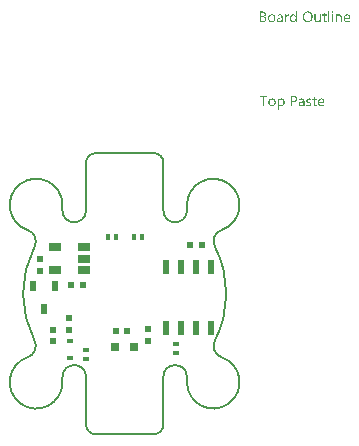
<source format=gtp>
G04*
G04 #@! TF.GenerationSoftware,Altium Limited,Altium Designer,21.8.1 (53)*
G04*
G04 Layer_Color=8421504*
%FSAX25Y25*%
%MOIN*%
G70*
G04*
G04 #@! TF.SameCoordinates,72787834-F71D-4475-B617-EFC6544BAEFD*
G04*
G04*
G04 #@! TF.FilePolarity,Positive*
G04*
G01*
G75*
%ADD13C,0.00787*%
%ADD14R,0.02165X0.01968*%
%ADD15R,0.01968X0.02165*%
%ADD16R,0.01968X0.02165*%
%ADD17R,0.02165X0.01968*%
%ADD18R,0.02165X0.04921*%
%ADD19R,0.02362X0.03543*%
%ADD20R,0.01280X0.02461*%
%ADD21R,0.02461X0.01280*%
%ADD22R,0.02362X0.01575*%
%ADD23R,0.03937X0.02756*%
%ADD24R,0.02756X0.02756*%
G36*
X0069322Y0120185D02*
X0069346D01*
X0069402Y0120160D01*
X0069433Y0120142D01*
X0069464Y0120117D01*
X0069470Y0120111D01*
X0069476Y0120105D01*
X0069507Y0120068D01*
X0069532Y0120006D01*
X0069538Y0119969D01*
X0069544Y0119931D01*
Y0119925D01*
Y0119913D01*
X0069538Y0119894D01*
X0069532Y0119870D01*
X0069513Y0119808D01*
X0069489Y0119777D01*
X0069464Y0119746D01*
X0069458D01*
X0069451Y0119733D01*
X0069414Y0119709D01*
X0069359Y0119684D01*
X0069322Y0119678D01*
X0069284Y0119671D01*
X0069266D01*
X0069247Y0119678D01*
X0069222D01*
X0069161Y0119702D01*
X0069130Y0119715D01*
X0069099Y0119740D01*
Y0119746D01*
X0069086Y0119752D01*
X0069074Y0119771D01*
X0069062Y0119789D01*
X0069037Y0119851D01*
X0069031Y0119888D01*
X0069024Y0119931D01*
Y0119938D01*
Y0119950D01*
X0069031Y0119969D01*
X0069037Y0120000D01*
X0069055Y0120055D01*
X0069074Y0120086D01*
X0069099Y0120117D01*
X0069105Y0120123D01*
X0069111Y0120130D01*
X0069148Y0120154D01*
X0069210Y0120179D01*
X0069247Y0120192D01*
X0069303D01*
X0069322Y0120185D01*
D02*
G37*
G36*
X0057332Y0116521D02*
X0056929D01*
Y0116942D01*
X0056917D01*
Y0116936D01*
X0056904Y0116923D01*
X0056886Y0116898D01*
X0056867Y0116867D01*
X0056836Y0116830D01*
X0056799Y0116793D01*
X0056756Y0116750D01*
X0056706Y0116707D01*
X0056651Y0116657D01*
X0056582Y0116614D01*
X0056514Y0116577D01*
X0056434Y0116539D01*
X0056353Y0116508D01*
X0056261Y0116484D01*
X0056162Y0116471D01*
X0056056Y0116465D01*
X0056013D01*
X0055976Y0116471D01*
X0055939Y0116478D01*
X0055889Y0116484D01*
X0055784Y0116508D01*
X0055660Y0116546D01*
X0055536Y0116607D01*
X0055468Y0116645D01*
X0055413Y0116688D01*
X0055351Y0116744D01*
X0055295Y0116799D01*
Y0116806D01*
X0055283Y0116818D01*
X0055270Y0116837D01*
X0055252Y0116861D01*
X0055233Y0116892D01*
X0055208Y0116936D01*
X0055184Y0116985D01*
X0055159Y0117041D01*
X0055128Y0117103D01*
X0055103Y0117171D01*
X0055078Y0117245D01*
X0055060Y0117325D01*
X0055041Y0117412D01*
X0055029Y0117511D01*
X0055023Y0117610D01*
X0055016Y0117716D01*
Y0117722D01*
Y0117740D01*
Y0117777D01*
X0055023Y0117821D01*
X0055029Y0117870D01*
X0055035Y0117932D01*
X0055041Y0118000D01*
X0055054Y0118075D01*
X0055091Y0118235D01*
X0055146Y0118403D01*
X0055184Y0118483D01*
X0055227Y0118563D01*
X0055270Y0118638D01*
X0055326Y0118712D01*
X0055332Y0118718D01*
X0055338Y0118731D01*
X0055357Y0118749D01*
X0055382Y0118774D01*
X0055413Y0118799D01*
X0055456Y0118830D01*
X0055499Y0118867D01*
X0055549Y0118904D01*
X0055673Y0118972D01*
X0055815Y0119034D01*
X0055895Y0119053D01*
X0055982Y0119071D01*
X0056069Y0119083D01*
X0056168Y0119090D01*
X0056217D01*
X0056255Y0119083D01*
X0056292Y0119077D01*
X0056341Y0119071D01*
X0056453Y0119040D01*
X0056576Y0118991D01*
X0056638Y0118960D01*
X0056700Y0118916D01*
X0056762Y0118873D01*
X0056818Y0118817D01*
X0056867Y0118755D01*
X0056917Y0118681D01*
X0056929D01*
Y0120241D01*
X0057332D01*
Y0116521D01*
D02*
G37*
G36*
X0071600Y0119083D02*
X0071674Y0119077D01*
X0071767Y0119059D01*
X0071866Y0119028D01*
X0071971Y0118978D01*
X0072076Y0118910D01*
X0072119Y0118873D01*
X0072163Y0118824D01*
X0072175Y0118811D01*
X0072200Y0118774D01*
X0072231Y0118712D01*
X0072274Y0118625D01*
X0072311Y0118520D01*
X0072348Y0118390D01*
X0072373Y0118235D01*
X0072379Y0118056D01*
Y0116521D01*
X0071977D01*
Y0117951D01*
Y0117957D01*
Y0117988D01*
X0071971Y0118025D01*
Y0118075D01*
X0071959Y0118136D01*
X0071946Y0118204D01*
X0071927Y0118279D01*
X0071903Y0118353D01*
X0071872Y0118427D01*
X0071835Y0118495D01*
X0071785Y0118563D01*
X0071729Y0118625D01*
X0071668Y0118675D01*
X0071587Y0118712D01*
X0071500Y0118743D01*
X0071395Y0118749D01*
X0071383D01*
X0071346Y0118743D01*
X0071290Y0118737D01*
X0071222Y0118718D01*
X0071141Y0118693D01*
X0071055Y0118650D01*
X0070974Y0118595D01*
X0070894Y0118520D01*
X0070888Y0118508D01*
X0070863Y0118483D01*
X0070832Y0118433D01*
X0070795Y0118365D01*
X0070758Y0118285D01*
X0070727Y0118186D01*
X0070702Y0118075D01*
X0070696Y0117951D01*
Y0116521D01*
X0070293D01*
Y0119034D01*
X0070696D01*
Y0118613D01*
X0070708D01*
X0070714Y0118619D01*
X0070720Y0118632D01*
X0070739Y0118656D01*
X0070764Y0118687D01*
X0070789Y0118725D01*
X0070826Y0118762D01*
X0070869Y0118805D01*
X0070919Y0118854D01*
X0070974Y0118898D01*
X0071036Y0118941D01*
X0071104Y0118978D01*
X0071179Y0119015D01*
X0071253Y0119046D01*
X0071339Y0119071D01*
X0071432Y0119083D01*
X0071531Y0119090D01*
X0071569D01*
X0071600Y0119083D01*
D02*
G37*
G36*
X0054602Y0119071D02*
X0054676Y0119065D01*
X0054719Y0119053D01*
X0054750Y0119040D01*
Y0118625D01*
X0054744Y0118632D01*
X0054732Y0118638D01*
X0054707Y0118650D01*
X0054676Y0118669D01*
X0054633Y0118681D01*
X0054577Y0118693D01*
X0054515Y0118700D01*
X0054447Y0118706D01*
X0054435D01*
X0054404Y0118700D01*
X0054354Y0118693D01*
X0054298Y0118675D01*
X0054224Y0118644D01*
X0054156Y0118601D01*
X0054082Y0118539D01*
X0054014Y0118458D01*
X0054008Y0118446D01*
X0053989Y0118415D01*
X0053958Y0118359D01*
X0053927Y0118285D01*
X0053896Y0118192D01*
X0053865Y0118075D01*
X0053847Y0117945D01*
X0053840Y0117796D01*
Y0116521D01*
X0053438D01*
Y0119034D01*
X0053840D01*
Y0118514D01*
X0053853D01*
Y0118520D01*
X0053859Y0118526D01*
X0053871Y0118557D01*
X0053890Y0118607D01*
X0053921Y0118669D01*
X0053952Y0118731D01*
X0054001Y0118799D01*
X0054051Y0118867D01*
X0054113Y0118929D01*
X0054119Y0118935D01*
X0054144Y0118954D01*
X0054181Y0118978D01*
X0054230Y0119003D01*
X0054286Y0119028D01*
X0054354Y0119053D01*
X0054428Y0119071D01*
X0054509Y0119077D01*
X0054565D01*
X0054602Y0119071D01*
D02*
G37*
G36*
X0065341Y0116521D02*
X0064939D01*
Y0116917D01*
X0064927D01*
Y0116911D01*
X0064914Y0116898D01*
X0064902Y0116874D01*
X0064877Y0116849D01*
X0064821Y0116775D01*
X0064735Y0116694D01*
X0064685Y0116651D01*
X0064630Y0116607D01*
X0064568Y0116570D01*
X0064493Y0116533D01*
X0064419Y0116508D01*
X0064339Y0116484D01*
X0064246Y0116471D01*
X0064153Y0116465D01*
X0064116D01*
X0064072Y0116471D01*
X0064011Y0116484D01*
X0063942Y0116496D01*
X0063868Y0116521D01*
X0063788Y0116552D01*
X0063707Y0116601D01*
X0063621Y0116657D01*
X0063540Y0116725D01*
X0063466Y0116812D01*
X0063398Y0116917D01*
X0063336Y0117035D01*
X0063292Y0117177D01*
X0063268Y0117344D01*
X0063255Y0117431D01*
Y0117530D01*
Y0119034D01*
X0063652D01*
Y0117592D01*
Y0117586D01*
Y0117561D01*
X0063658Y0117517D01*
X0063664Y0117468D01*
X0063670Y0117406D01*
X0063683Y0117344D01*
X0063701Y0117270D01*
X0063726Y0117195D01*
X0063763Y0117121D01*
X0063800Y0117053D01*
X0063850Y0116985D01*
X0063911Y0116923D01*
X0063980Y0116874D01*
X0064060Y0116837D01*
X0064159Y0116806D01*
X0064264Y0116799D01*
X0064277D01*
X0064314Y0116806D01*
X0064370Y0116812D01*
X0064431Y0116824D01*
X0064512Y0116855D01*
X0064592Y0116892D01*
X0064673Y0116942D01*
X0064747Y0117016D01*
X0064753Y0117028D01*
X0064778Y0117053D01*
X0064809Y0117103D01*
X0064846Y0117171D01*
X0064877Y0117251D01*
X0064908Y0117350D01*
X0064933Y0117462D01*
X0064939Y0117586D01*
Y0119034D01*
X0065341D01*
Y0116521D01*
D02*
G37*
G36*
X0069476D02*
X0069074D01*
Y0119034D01*
X0069476D01*
Y0116521D01*
D02*
G37*
G36*
X0068257D02*
X0067854D01*
Y0120241D01*
X0068257D01*
Y0116521D01*
D02*
G37*
G36*
X0051878Y0119083D02*
X0051934Y0119077D01*
X0052002Y0119059D01*
X0052076Y0119040D01*
X0052157Y0119009D01*
X0052243Y0118972D01*
X0052324Y0118922D01*
X0052404Y0118861D01*
X0052479Y0118786D01*
X0052547Y0118693D01*
X0052602Y0118588D01*
X0052646Y0118465D01*
X0052671Y0118322D01*
X0052683Y0118155D01*
Y0116521D01*
X0052280D01*
Y0116911D01*
X0052268D01*
Y0116905D01*
X0052256Y0116892D01*
X0052243Y0116867D01*
X0052219Y0116843D01*
X0052157Y0116768D01*
X0052076Y0116688D01*
X0051965Y0116607D01*
X0051835Y0116533D01*
X0051754Y0116508D01*
X0051674Y0116484D01*
X0051587Y0116471D01*
X0051494Y0116465D01*
X0051457D01*
X0051432Y0116471D01*
X0051364Y0116478D01*
X0051284Y0116490D01*
X0051185Y0116515D01*
X0051092Y0116546D01*
X0050993Y0116595D01*
X0050906Y0116657D01*
X0050900Y0116669D01*
X0050875Y0116694D01*
X0050838Y0116737D01*
X0050801Y0116799D01*
X0050764Y0116874D01*
X0050727Y0116960D01*
X0050702Y0117066D01*
X0050696Y0117183D01*
Y0117189D01*
Y0117214D01*
X0050702Y0117251D01*
X0050708Y0117295D01*
X0050721Y0117350D01*
X0050739Y0117412D01*
X0050764Y0117480D01*
X0050801Y0117548D01*
X0050844Y0117623D01*
X0050900Y0117697D01*
X0050968Y0117765D01*
X0051049Y0117827D01*
X0051142Y0117889D01*
X0051253Y0117938D01*
X0051377Y0117975D01*
X0051525Y0118006D01*
X0052280Y0118112D01*
Y0118118D01*
Y0118136D01*
X0052274Y0118174D01*
Y0118211D01*
X0052262Y0118260D01*
X0052256Y0118316D01*
X0052219Y0118433D01*
X0052188Y0118489D01*
X0052157Y0118545D01*
X0052113Y0118601D01*
X0052064Y0118650D01*
X0052002Y0118693D01*
X0051934Y0118725D01*
X0051853Y0118743D01*
X0051761Y0118749D01*
X0051717D01*
X0051686Y0118743D01*
X0051643D01*
X0051600Y0118731D01*
X0051488Y0118712D01*
X0051364Y0118675D01*
X0051228Y0118619D01*
X0051154Y0118582D01*
X0051086Y0118545D01*
X0051012Y0118495D01*
X0050943Y0118440D01*
Y0118854D01*
X0050950D01*
X0050962Y0118867D01*
X0050981Y0118879D01*
X0051012Y0118892D01*
X0051042Y0118910D01*
X0051086Y0118929D01*
X0051135Y0118947D01*
X0051191Y0118972D01*
X0051315Y0119015D01*
X0051463Y0119053D01*
X0051624Y0119077D01*
X0051798Y0119090D01*
X0051835D01*
X0051878Y0119083D01*
D02*
G37*
G36*
X0046189Y0120030D02*
X0046233D01*
X0046276Y0120024D01*
X0046375Y0120012D01*
X0046493Y0119981D01*
X0046617Y0119944D01*
X0046734Y0119888D01*
X0046839Y0119814D01*
X0046846D01*
X0046852Y0119801D01*
X0046883Y0119777D01*
X0046926Y0119727D01*
X0046976Y0119659D01*
X0047019Y0119572D01*
X0047062Y0119473D01*
X0047093Y0119362D01*
X0047106Y0119300D01*
Y0119232D01*
Y0119226D01*
Y0119220D01*
Y0119183D01*
X0047100Y0119127D01*
X0047087Y0119059D01*
X0047069Y0118972D01*
X0047038Y0118885D01*
X0047000Y0118799D01*
X0046945Y0118712D01*
X0046938Y0118700D01*
X0046914Y0118675D01*
X0046877Y0118638D01*
X0046827Y0118588D01*
X0046765Y0118539D01*
X0046691Y0118483D01*
X0046598Y0118440D01*
X0046499Y0118396D01*
Y0118390D01*
X0046518D01*
X0046536Y0118384D01*
X0046555Y0118378D01*
X0046623Y0118365D01*
X0046703Y0118341D01*
X0046790Y0118304D01*
X0046883Y0118260D01*
X0046976Y0118198D01*
X0047062Y0118118D01*
X0047075Y0118105D01*
X0047100Y0118075D01*
X0047130Y0118031D01*
X0047174Y0117963D01*
X0047211Y0117876D01*
X0047248Y0117777D01*
X0047273Y0117660D01*
X0047279Y0117530D01*
Y0117524D01*
Y0117511D01*
Y0117486D01*
X0047273Y0117455D01*
X0047267Y0117418D01*
X0047260Y0117375D01*
X0047236Y0117270D01*
X0047199Y0117152D01*
X0047143Y0117028D01*
X0047106Y0116973D01*
X0047062Y0116911D01*
X0047007Y0116855D01*
X0046951Y0116799D01*
X0046945D01*
X0046938Y0116787D01*
X0046920Y0116775D01*
X0046895Y0116756D01*
X0046864Y0116737D01*
X0046821Y0116713D01*
X0046728Y0116663D01*
X0046610Y0116607D01*
X0046474Y0116564D01*
X0046313Y0116533D01*
X0046233Y0116527D01*
X0046140Y0116521D01*
X0045112D01*
Y0120037D01*
X0046159D01*
X0046189Y0120030D01*
D02*
G37*
G36*
X0066685Y0119034D02*
X0067322D01*
Y0118687D01*
X0066685D01*
Y0117270D01*
Y0117257D01*
Y0117227D01*
X0066691Y0117183D01*
X0066697Y0117127D01*
X0066722Y0117010D01*
X0066740Y0116954D01*
X0066771Y0116911D01*
X0066777Y0116905D01*
X0066790Y0116892D01*
X0066808Y0116880D01*
X0066839Y0116861D01*
X0066877Y0116837D01*
X0066926Y0116824D01*
X0066988Y0116812D01*
X0067056Y0116806D01*
X0067081D01*
X0067112Y0116812D01*
X0067149Y0116818D01*
X0067235Y0116843D01*
X0067279Y0116861D01*
X0067322Y0116886D01*
Y0116539D01*
X0067316D01*
X0067297Y0116527D01*
X0067266Y0116521D01*
X0067223Y0116508D01*
X0067167Y0116496D01*
X0067106Y0116484D01*
X0067031Y0116478D01*
X0066945Y0116471D01*
X0066914D01*
X0066883Y0116478D01*
X0066839Y0116484D01*
X0066790Y0116496D01*
X0066734Y0116508D01*
X0066678Y0116533D01*
X0066616Y0116564D01*
X0066555Y0116601D01*
X0066493Y0116651D01*
X0066437Y0116707D01*
X0066387Y0116781D01*
X0066344Y0116861D01*
X0066313Y0116960D01*
X0066289Y0117072D01*
X0066282Y0117202D01*
Y0118687D01*
X0065855D01*
Y0119034D01*
X0066282D01*
Y0119647D01*
X0066685Y0119777D01*
Y0119034D01*
D02*
G37*
G36*
X0074212Y0119083D02*
X0074255Y0119077D01*
X0074298Y0119071D01*
X0074410Y0119053D01*
X0074533Y0119009D01*
X0074657Y0118954D01*
X0074719Y0118916D01*
X0074781Y0118873D01*
X0074837Y0118824D01*
X0074893Y0118768D01*
X0074899Y0118762D01*
X0074905Y0118755D01*
X0074917Y0118737D01*
X0074936Y0118712D01*
X0074954Y0118675D01*
X0074979Y0118638D01*
X0075004Y0118595D01*
X0075029Y0118539D01*
X0075054Y0118477D01*
X0075078Y0118415D01*
X0075103Y0118341D01*
X0075122Y0118260D01*
X0075140Y0118174D01*
X0075152Y0118087D01*
X0075165Y0117988D01*
Y0117883D01*
Y0117672D01*
X0073388D01*
Y0117666D01*
Y0117654D01*
Y0117635D01*
X0073395Y0117604D01*
X0073401Y0117567D01*
Y0117530D01*
X0073419Y0117431D01*
X0073450Y0117332D01*
X0073487Y0117220D01*
X0073543Y0117115D01*
X0073611Y0117022D01*
X0073624Y0117010D01*
X0073648Y0116985D01*
X0073698Y0116954D01*
X0073766Y0116911D01*
X0073853Y0116867D01*
X0073952Y0116837D01*
X0074069Y0116812D01*
X0074205Y0116799D01*
X0074249D01*
X0074280Y0116806D01*
X0074317D01*
X0074360Y0116812D01*
X0074465Y0116837D01*
X0074583Y0116867D01*
X0074713Y0116917D01*
X0074849Y0116985D01*
X0074917Y0117028D01*
X0074985Y0117078D01*
Y0116700D01*
X0074979D01*
X0074973Y0116688D01*
X0074954Y0116682D01*
X0074923Y0116663D01*
X0074893Y0116645D01*
X0074855Y0116626D01*
X0074806Y0116607D01*
X0074756Y0116583D01*
X0074695Y0116558D01*
X0074626Y0116539D01*
X0074478Y0116502D01*
X0074304Y0116478D01*
X0074113Y0116465D01*
X0074063D01*
X0074026Y0116471D01*
X0073983Y0116478D01*
X0073927Y0116484D01*
X0073809Y0116508D01*
X0073673Y0116546D01*
X0073537Y0116607D01*
X0073469Y0116651D01*
X0073401Y0116694D01*
X0073339Y0116744D01*
X0073277Y0116806D01*
X0073271Y0116812D01*
X0073265Y0116824D01*
X0073252Y0116843D01*
X0073227Y0116867D01*
X0073209Y0116905D01*
X0073184Y0116948D01*
X0073153Y0116997D01*
X0073128Y0117053D01*
X0073097Y0117115D01*
X0073073Y0117189D01*
X0073042Y0117270D01*
X0073023Y0117357D01*
X0073005Y0117449D01*
X0072986Y0117548D01*
X0072980Y0117654D01*
X0072974Y0117765D01*
Y0117771D01*
Y0117790D01*
Y0117821D01*
X0072980Y0117864D01*
X0072986Y0117914D01*
X0072992Y0117969D01*
X0072998Y0118037D01*
X0073017Y0118105D01*
X0073054Y0118254D01*
X0073110Y0118415D01*
X0073147Y0118495D01*
X0073197Y0118570D01*
X0073246Y0118650D01*
X0073302Y0118718D01*
X0073308Y0118725D01*
X0073320Y0118737D01*
X0073339Y0118755D01*
X0073364Y0118774D01*
X0073395Y0118805D01*
X0073432Y0118836D01*
X0073481Y0118867D01*
X0073531Y0118904D01*
X0073648Y0118972D01*
X0073791Y0119034D01*
X0073871Y0119053D01*
X0073952Y0119071D01*
X0074038Y0119083D01*
X0074131Y0119090D01*
X0074181D01*
X0074212Y0119083D01*
D02*
G37*
G36*
X0061169Y0120092D02*
X0061231Y0120086D01*
X0061305Y0120074D01*
X0061386Y0120055D01*
X0061473Y0120037D01*
X0061559Y0120012D01*
X0061658Y0119981D01*
X0061751Y0119938D01*
X0061850Y0119888D01*
X0061949Y0119833D01*
X0062042Y0119764D01*
X0062135Y0119690D01*
X0062222Y0119603D01*
X0062228Y0119597D01*
X0062240Y0119579D01*
X0062265Y0119554D01*
X0062290Y0119517D01*
X0062327Y0119467D01*
X0062364Y0119405D01*
X0062401Y0119337D01*
X0062445Y0119263D01*
X0062488Y0119170D01*
X0062525Y0119077D01*
X0062562Y0118972D01*
X0062599Y0118854D01*
X0062624Y0118737D01*
X0062649Y0118607D01*
X0062661Y0118465D01*
X0062667Y0118322D01*
Y0118310D01*
Y0118285D01*
Y0118242D01*
X0062661Y0118180D01*
X0062655Y0118105D01*
X0062643Y0118025D01*
X0062630Y0117932D01*
X0062612Y0117827D01*
X0062587Y0117722D01*
X0062556Y0117610D01*
X0062519Y0117499D01*
X0062475Y0117387D01*
X0062420Y0117270D01*
X0062358Y0117165D01*
X0062290Y0117059D01*
X0062209Y0116960D01*
X0062203Y0116954D01*
X0062191Y0116942D01*
X0062160Y0116917D01*
X0062129Y0116886D01*
X0062079Y0116843D01*
X0062024Y0116806D01*
X0061962Y0116756D01*
X0061887Y0116713D01*
X0061807Y0116669D01*
X0061714Y0116620D01*
X0061615Y0116583D01*
X0061504Y0116546D01*
X0061386Y0116508D01*
X0061262Y0116484D01*
X0061132Y0116471D01*
X0060990Y0116465D01*
X0060959D01*
X0060915Y0116471D01*
X0060866D01*
X0060804Y0116478D01*
X0060730Y0116490D01*
X0060649Y0116508D01*
X0060557Y0116527D01*
X0060464Y0116552D01*
X0060365Y0116583D01*
X0060266Y0116626D01*
X0060167Y0116669D01*
X0060067Y0116725D01*
X0059969Y0116793D01*
X0059876Y0116867D01*
X0059789Y0116954D01*
X0059783Y0116960D01*
X0059770Y0116979D01*
X0059746Y0117004D01*
X0059721Y0117041D01*
X0059684Y0117090D01*
X0059647Y0117152D01*
X0059609Y0117220D01*
X0059566Y0117301D01*
X0059523Y0117387D01*
X0059486Y0117480D01*
X0059448Y0117586D01*
X0059411Y0117703D01*
X0059387Y0117821D01*
X0059362Y0117951D01*
X0059350Y0118093D01*
X0059343Y0118235D01*
Y0118248D01*
Y0118273D01*
X0059350Y0118316D01*
Y0118378D01*
X0059356Y0118446D01*
X0059368Y0118533D01*
X0059380Y0118625D01*
X0059399Y0118725D01*
X0059424Y0118830D01*
X0059455Y0118941D01*
X0059492Y0119053D01*
X0059535Y0119164D01*
X0059591Y0119275D01*
X0059653Y0119387D01*
X0059721Y0119492D01*
X0059801Y0119591D01*
X0059807Y0119597D01*
X0059820Y0119616D01*
X0059851Y0119641D01*
X0059888Y0119671D01*
X0059931Y0119709D01*
X0059987Y0119752D01*
X0060055Y0119795D01*
X0060129Y0119845D01*
X0060216Y0119894D01*
X0060309Y0119938D01*
X0060408Y0119981D01*
X0060519Y0120018D01*
X0060643Y0120049D01*
X0060773Y0120080D01*
X0060909Y0120092D01*
X0061052Y0120099D01*
X0061120D01*
X0061169Y0120092D01*
D02*
G37*
G36*
X0049142Y0119083D02*
X0049185Y0119077D01*
X0049241Y0119071D01*
X0049365Y0119046D01*
X0049507Y0119003D01*
X0049650Y0118941D01*
X0049724Y0118904D01*
X0049792Y0118861D01*
X0049860Y0118805D01*
X0049922Y0118743D01*
X0049928Y0118737D01*
X0049935Y0118725D01*
X0049953Y0118706D01*
X0049972Y0118681D01*
X0049996Y0118644D01*
X0050021Y0118601D01*
X0050052Y0118551D01*
X0050083Y0118495D01*
X0050108Y0118427D01*
X0050139Y0118359D01*
X0050164Y0118279D01*
X0050188Y0118192D01*
X0050207Y0118099D01*
X0050225Y0118000D01*
X0050232Y0117895D01*
X0050238Y0117784D01*
Y0117777D01*
Y0117759D01*
Y0117728D01*
X0050232Y0117684D01*
X0050225Y0117635D01*
X0050219Y0117573D01*
X0050207Y0117511D01*
X0050195Y0117437D01*
X0050157Y0117288D01*
X0050095Y0117127D01*
X0050058Y0117047D01*
X0050009Y0116966D01*
X0049959Y0116892D01*
X0049897Y0116824D01*
X0049891Y0116818D01*
X0049879Y0116812D01*
X0049860Y0116793D01*
X0049835Y0116768D01*
X0049798Y0116744D01*
X0049761Y0116713D01*
X0049712Y0116676D01*
X0049656Y0116645D01*
X0049594Y0116614D01*
X0049526Y0116577D01*
X0049452Y0116546D01*
X0049371Y0116521D01*
X0049284Y0116496D01*
X0049192Y0116484D01*
X0049093Y0116471D01*
X0048987Y0116465D01*
X0048932D01*
X0048895Y0116471D01*
X0048851Y0116478D01*
X0048796Y0116484D01*
X0048734Y0116496D01*
X0048665Y0116508D01*
X0048523Y0116552D01*
X0048375Y0116614D01*
X0048300Y0116651D01*
X0048232Y0116700D01*
X0048164Y0116750D01*
X0048096Y0116812D01*
X0048090Y0116818D01*
X0048084Y0116830D01*
X0048065Y0116849D01*
X0048046Y0116874D01*
X0048022Y0116911D01*
X0047991Y0116954D01*
X0047960Y0117004D01*
X0047935Y0117059D01*
X0047904Y0117127D01*
X0047873Y0117195D01*
X0047842Y0117270D01*
X0047818Y0117357D01*
X0047780Y0117542D01*
X0047774Y0117641D01*
X0047768Y0117746D01*
Y0117753D01*
Y0117777D01*
Y0117808D01*
X0047774Y0117852D01*
X0047780Y0117901D01*
X0047787Y0117963D01*
X0047799Y0118031D01*
X0047811Y0118105D01*
X0047848Y0118266D01*
X0047910Y0118427D01*
X0047954Y0118508D01*
X0047997Y0118588D01*
X0048046Y0118663D01*
X0048108Y0118731D01*
X0048115Y0118737D01*
X0048127Y0118749D01*
X0048146Y0118762D01*
X0048170Y0118786D01*
X0048208Y0118811D01*
X0048251Y0118842D01*
X0048300Y0118879D01*
X0048356Y0118910D01*
X0048418Y0118941D01*
X0048492Y0118978D01*
X0048566Y0119009D01*
X0048653Y0119034D01*
X0048740Y0119059D01*
X0048839Y0119077D01*
X0048944Y0119083D01*
X0049049Y0119090D01*
X0049105D01*
X0049142Y0119083D01*
D02*
G37*
G36*
X0052355Y0091045D02*
X0052398Y0091039D01*
X0052441Y0091033D01*
X0052553Y0091008D01*
X0052677Y0090971D01*
X0052800Y0090909D01*
X0052862Y0090872D01*
X0052924Y0090822D01*
X0052980Y0090773D01*
X0053036Y0090711D01*
X0053042Y0090705D01*
X0053048Y0090699D01*
X0053060Y0090674D01*
X0053079Y0090649D01*
X0053098Y0090618D01*
X0053122Y0090575D01*
X0053147Y0090525D01*
X0053172Y0090476D01*
X0053197Y0090414D01*
X0053221Y0090346D01*
X0053246Y0090272D01*
X0053265Y0090191D01*
X0053296Y0090012D01*
X0053308Y0089912D01*
Y0089807D01*
Y0089801D01*
Y0089783D01*
Y0089745D01*
X0053302Y0089702D01*
Y0089653D01*
X0053289Y0089591D01*
X0053283Y0089522D01*
X0053271Y0089448D01*
X0053234Y0089287D01*
X0053178Y0089120D01*
X0053141Y0089040D01*
X0053104Y0088959D01*
X0053054Y0088879D01*
X0052999Y0088805D01*
X0052992Y0088798D01*
X0052986Y0088786D01*
X0052968Y0088767D01*
X0052943Y0088749D01*
X0052912Y0088718D01*
X0052875Y0088687D01*
X0052831Y0088650D01*
X0052782Y0088619D01*
X0052726Y0088582D01*
X0052664Y0088544D01*
X0052516Y0088489D01*
X0052435Y0088464D01*
X0052355Y0088445D01*
X0052262Y0088433D01*
X0052163Y0088427D01*
X0052113D01*
X0052082Y0088433D01*
X0052039Y0088439D01*
X0051996Y0088452D01*
X0051884Y0088476D01*
X0051767Y0088526D01*
X0051699Y0088563D01*
X0051637Y0088600D01*
X0051575Y0088650D01*
X0051519Y0088705D01*
X0051457Y0088767D01*
X0051408Y0088842D01*
X0051395D01*
Y0087331D01*
X0050993D01*
Y0090996D01*
X0051395D01*
Y0090550D01*
X0051408D01*
X0051414Y0090556D01*
X0051420Y0090575D01*
X0051439Y0090600D01*
X0051463Y0090631D01*
X0051494Y0090668D01*
X0051531Y0090711D01*
X0051575Y0090754D01*
X0051631Y0090804D01*
X0051686Y0090847D01*
X0051748Y0090891D01*
X0051822Y0090934D01*
X0051897Y0090971D01*
X0051983Y0091008D01*
X0052076Y0091033D01*
X0052169Y0091045D01*
X0052274Y0091051D01*
X0052324D01*
X0052355Y0091045D01*
D02*
G37*
G36*
X0061627D02*
X0061708Y0091039D01*
X0061795Y0091027D01*
X0061894Y0091002D01*
X0061993Y0090977D01*
X0062092Y0090940D01*
Y0090531D01*
X0062079Y0090538D01*
X0062042Y0090562D01*
X0061986Y0090587D01*
X0061912Y0090624D01*
X0061819Y0090655D01*
X0061708Y0090686D01*
X0061584Y0090705D01*
X0061454Y0090711D01*
X0061386D01*
X0061324Y0090699D01*
X0061250Y0090686D01*
X0061244D01*
X0061237Y0090680D01*
X0061200Y0090668D01*
X0061151Y0090643D01*
X0061095Y0090612D01*
X0061083Y0090606D01*
X0061058Y0090581D01*
X0061027Y0090544D01*
X0060996Y0090500D01*
X0060990Y0090488D01*
X0060977Y0090457D01*
X0060965Y0090414D01*
X0060959Y0090358D01*
Y0090352D01*
Y0090340D01*
Y0090321D01*
X0060965Y0090302D01*
X0060977Y0090247D01*
X0060996Y0090191D01*
X0061002Y0090179D01*
X0061021Y0090154D01*
X0061058Y0090117D01*
X0061101Y0090073D01*
X0061107D01*
X0061114Y0090067D01*
X0061151Y0090043D01*
X0061200Y0090012D01*
X0061268Y0089981D01*
X0061274D01*
X0061287Y0089974D01*
X0061305Y0089968D01*
X0061336Y0089956D01*
X0061405Y0089931D01*
X0061491Y0089894D01*
X0061497D01*
X0061522Y0089881D01*
X0061553Y0089869D01*
X0061590Y0089857D01*
X0061689Y0089813D01*
X0061788Y0089764D01*
X0061795D01*
X0061813Y0089751D01*
X0061838Y0089739D01*
X0061869Y0089721D01*
X0061943Y0089671D01*
X0062017Y0089609D01*
X0062024Y0089603D01*
X0062036Y0089597D01*
X0062048Y0089578D01*
X0062073Y0089553D01*
X0062116Y0089491D01*
X0062160Y0089411D01*
Y0089405D01*
X0062166Y0089393D01*
X0062178Y0089368D01*
X0062185Y0089337D01*
X0062197Y0089300D01*
X0062203Y0089256D01*
X0062209Y0089151D01*
Y0089145D01*
Y0089120D01*
X0062203Y0089083D01*
X0062197Y0089040D01*
X0062191Y0088990D01*
X0062172Y0088934D01*
X0062154Y0088885D01*
X0062123Y0088829D01*
X0062116Y0088823D01*
X0062110Y0088805D01*
X0062092Y0088780D01*
X0062067Y0088749D01*
X0062036Y0088712D01*
X0061999Y0088674D01*
X0061906Y0088600D01*
X0061900Y0088594D01*
X0061881Y0088588D01*
X0061856Y0088569D01*
X0061813Y0088551D01*
X0061770Y0088526D01*
X0061714Y0088507D01*
X0061658Y0088489D01*
X0061590Y0088470D01*
X0061584D01*
X0061559Y0088464D01*
X0061522Y0088458D01*
X0061479Y0088452D01*
X0061417Y0088439D01*
X0061355Y0088433D01*
X0061213Y0088427D01*
X0061151D01*
X0061076Y0088433D01*
X0060984Y0088445D01*
X0060878Y0088464D01*
X0060767Y0088489D01*
X0060656Y0088520D01*
X0060544Y0088569D01*
Y0089003D01*
X0060550D01*
X0060557Y0088990D01*
X0060575Y0088978D01*
X0060600Y0088965D01*
X0060668Y0088928D01*
X0060761Y0088885D01*
X0060866Y0088835D01*
X0060990Y0088798D01*
X0061126Y0088774D01*
X0061268Y0088761D01*
X0061318D01*
X0061349Y0088767D01*
X0061436Y0088780D01*
X0061535Y0088805D01*
X0061627Y0088848D01*
X0061671Y0088879D01*
X0061714Y0088910D01*
X0061745Y0088953D01*
X0061770Y0088996D01*
X0061788Y0089052D01*
X0061795Y0089114D01*
Y0089120D01*
Y0089132D01*
Y0089151D01*
X0061788Y0089170D01*
X0061776Y0089225D01*
X0061751Y0089281D01*
Y0089287D01*
X0061745Y0089293D01*
X0061720Y0089324D01*
X0061683Y0089368D01*
X0061627Y0089405D01*
X0061621D01*
X0061615Y0089417D01*
X0061578Y0089436D01*
X0061522Y0089473D01*
X0061448Y0089504D01*
X0061442D01*
X0061429Y0089510D01*
X0061411Y0089522D01*
X0061380Y0089535D01*
X0061312Y0089560D01*
X0061225Y0089597D01*
X0061219D01*
X0061194Y0089609D01*
X0061163Y0089622D01*
X0061126Y0089634D01*
X0061027Y0089677D01*
X0060928Y0089727D01*
X0060922Y0089733D01*
X0060909Y0089739D01*
X0060885Y0089751D01*
X0060854Y0089770D01*
X0060786Y0089820D01*
X0060717Y0089875D01*
X0060711Y0089881D01*
X0060705Y0089888D01*
X0060686Y0089906D01*
X0060668Y0089931D01*
X0060625Y0089993D01*
X0060588Y0090067D01*
Y0090073D01*
X0060581Y0090086D01*
X0060575Y0090111D01*
X0060569Y0090141D01*
X0060563Y0090179D01*
X0060557Y0090222D01*
X0060550Y0090327D01*
Y0090333D01*
Y0090358D01*
X0060557Y0090389D01*
X0060563Y0090432D01*
X0060569Y0090482D01*
X0060588Y0090531D01*
X0060606Y0090587D01*
X0060631Y0090637D01*
X0060637Y0090643D01*
X0060643Y0090662D01*
X0060662Y0090686D01*
X0060686Y0090717D01*
X0060755Y0090791D01*
X0060841Y0090866D01*
X0060847Y0090872D01*
X0060866Y0090878D01*
X0060891Y0090897D01*
X0060934Y0090915D01*
X0060977Y0090940D01*
X0061027Y0090965D01*
X0061151Y0091002D01*
X0061157D01*
X0061182Y0091008D01*
X0061213Y0091021D01*
X0061262Y0091027D01*
X0061312Y0091039D01*
X0061374Y0091045D01*
X0061510Y0091051D01*
X0061566D01*
X0061627Y0091045D01*
D02*
G37*
G36*
X0059133D02*
X0059188Y0091039D01*
X0059257Y0091021D01*
X0059331Y0091002D01*
X0059411Y0090971D01*
X0059498Y0090934D01*
X0059579Y0090884D01*
X0059659Y0090822D01*
X0059733Y0090748D01*
X0059801Y0090655D01*
X0059857Y0090550D01*
X0059900Y0090426D01*
X0059925Y0090284D01*
X0059938Y0090117D01*
Y0088483D01*
X0059535D01*
Y0088873D01*
X0059523D01*
Y0088866D01*
X0059510Y0088854D01*
X0059498Y0088829D01*
X0059473Y0088805D01*
X0059411Y0088730D01*
X0059331Y0088650D01*
X0059219Y0088569D01*
X0059089Y0088495D01*
X0059009Y0088470D01*
X0058929Y0088445D01*
X0058842Y0088433D01*
X0058749Y0088427D01*
X0058712D01*
X0058687Y0088433D01*
X0058619Y0088439D01*
X0058539Y0088452D01*
X0058439Y0088476D01*
X0058347Y0088507D01*
X0058248Y0088557D01*
X0058161Y0088619D01*
X0058155Y0088631D01*
X0058130Y0088656D01*
X0058093Y0088699D01*
X0058056Y0088761D01*
X0058019Y0088835D01*
X0057981Y0088922D01*
X0057957Y0089027D01*
X0057951Y0089145D01*
Y0089151D01*
Y0089176D01*
X0057957Y0089213D01*
X0057963Y0089256D01*
X0057975Y0089312D01*
X0057994Y0089374D01*
X0058019Y0089442D01*
X0058056Y0089510D01*
X0058099Y0089584D01*
X0058155Y0089659D01*
X0058223Y0089727D01*
X0058303Y0089789D01*
X0058396Y0089851D01*
X0058508Y0089900D01*
X0058631Y0089937D01*
X0058780Y0089968D01*
X0059535Y0090073D01*
Y0090080D01*
Y0090098D01*
X0059529Y0090135D01*
Y0090172D01*
X0059517Y0090222D01*
X0059510Y0090278D01*
X0059473Y0090395D01*
X0059442Y0090451D01*
X0059411Y0090507D01*
X0059368Y0090562D01*
X0059319Y0090612D01*
X0059257Y0090655D01*
X0059188Y0090686D01*
X0059108Y0090705D01*
X0059015Y0090711D01*
X0058972D01*
X0058941Y0090705D01*
X0058898D01*
X0058854Y0090692D01*
X0058743Y0090674D01*
X0058619Y0090637D01*
X0058483Y0090581D01*
X0058409Y0090544D01*
X0058341Y0090507D01*
X0058266Y0090457D01*
X0058198Y0090402D01*
Y0090816D01*
X0058204D01*
X0058217Y0090829D01*
X0058235Y0090841D01*
X0058266Y0090853D01*
X0058297Y0090872D01*
X0058341Y0090891D01*
X0058390Y0090909D01*
X0058446Y0090934D01*
X0058570Y0090977D01*
X0058718Y0091014D01*
X0058879Y0091039D01*
X0059052Y0091051D01*
X0059089D01*
X0059133Y0091045D01*
D02*
G37*
G36*
X0056434Y0091992D02*
X0056484D01*
X0056533Y0091986D01*
X0056663Y0091961D01*
X0056799Y0091930D01*
X0056948Y0091881D01*
X0057090Y0091813D01*
X0057152Y0091769D01*
X0057214Y0091720D01*
X0057220D01*
X0057226Y0091708D01*
X0057245Y0091689D01*
X0057263Y0091670D01*
X0057313Y0091609D01*
X0057375Y0091522D01*
X0057431Y0091410D01*
X0057480Y0091281D01*
X0057517Y0091126D01*
X0057523Y0091039D01*
X0057530Y0090946D01*
Y0090940D01*
Y0090921D01*
Y0090897D01*
X0057523Y0090866D01*
X0057517Y0090822D01*
X0057511Y0090773D01*
X0057486Y0090655D01*
X0057443Y0090525D01*
X0057381Y0090389D01*
X0057344Y0090321D01*
X0057301Y0090253D01*
X0057245Y0090185D01*
X0057183Y0090123D01*
X0057177Y0090117D01*
X0057164Y0090111D01*
X0057146Y0090092D01*
X0057121Y0090073D01*
X0057084Y0090049D01*
X0057041Y0090024D01*
X0056991Y0089993D01*
X0056935Y0089968D01*
X0056874Y0089937D01*
X0056805Y0089906D01*
X0056725Y0089881D01*
X0056644Y0089857D01*
X0056459Y0089820D01*
X0056360Y0089813D01*
X0056255Y0089807D01*
X0055790D01*
Y0088483D01*
X0055375D01*
Y0091998D01*
X0056397D01*
X0056434Y0091992D01*
D02*
G37*
G36*
X0047551Y0091627D02*
X0046536D01*
Y0088483D01*
X0046128D01*
Y0091627D01*
X0045112D01*
Y0091998D01*
X0047551D01*
Y0091627D01*
D02*
G37*
G36*
X0063361Y0090996D02*
X0063998D01*
Y0090649D01*
X0063361D01*
Y0089232D01*
Y0089219D01*
Y0089188D01*
X0063367Y0089145D01*
X0063373Y0089089D01*
X0063398Y0088972D01*
X0063416Y0088916D01*
X0063447Y0088873D01*
X0063453Y0088866D01*
X0063466Y0088854D01*
X0063484Y0088842D01*
X0063515Y0088823D01*
X0063552Y0088798D01*
X0063602Y0088786D01*
X0063664Y0088774D01*
X0063732Y0088767D01*
X0063757D01*
X0063788Y0088774D01*
X0063825Y0088780D01*
X0063911Y0088805D01*
X0063955Y0088823D01*
X0063998Y0088848D01*
Y0088501D01*
X0063992D01*
X0063973Y0088489D01*
X0063942Y0088483D01*
X0063899Y0088470D01*
X0063843Y0088458D01*
X0063781Y0088445D01*
X0063707Y0088439D01*
X0063621Y0088433D01*
X0063590D01*
X0063559Y0088439D01*
X0063515Y0088445D01*
X0063466Y0088458D01*
X0063410Y0088470D01*
X0063354Y0088495D01*
X0063292Y0088526D01*
X0063231Y0088563D01*
X0063169Y0088613D01*
X0063113Y0088668D01*
X0063064Y0088743D01*
X0063020Y0088823D01*
X0062989Y0088922D01*
X0062964Y0089034D01*
X0062958Y0089164D01*
Y0090649D01*
X0062531D01*
Y0090996D01*
X0062958D01*
Y0091609D01*
X0063361Y0091738D01*
Y0090996D01*
D02*
G37*
G36*
X0065601Y0091045D02*
X0065645Y0091039D01*
X0065688Y0091033D01*
X0065799Y0091014D01*
X0065923Y0090971D01*
X0066047Y0090915D01*
X0066109Y0090878D01*
X0066171Y0090835D01*
X0066227Y0090785D01*
X0066282Y0090729D01*
X0066289Y0090723D01*
X0066295Y0090717D01*
X0066307Y0090699D01*
X0066326Y0090674D01*
X0066344Y0090637D01*
X0066369Y0090600D01*
X0066394Y0090556D01*
X0066418Y0090500D01*
X0066443Y0090439D01*
X0066468Y0090377D01*
X0066493Y0090302D01*
X0066511Y0090222D01*
X0066530Y0090135D01*
X0066542Y0090049D01*
X0066555Y0089950D01*
Y0089844D01*
Y0089634D01*
X0064778D01*
Y0089628D01*
Y0089615D01*
Y0089597D01*
X0064784Y0089566D01*
X0064790Y0089529D01*
Y0089491D01*
X0064809Y0089393D01*
X0064840Y0089293D01*
X0064877Y0089182D01*
X0064933Y0089077D01*
X0065001Y0088984D01*
X0065013Y0088972D01*
X0065038Y0088947D01*
X0065088Y0088916D01*
X0065156Y0088873D01*
X0065242Y0088829D01*
X0065341Y0088798D01*
X0065459Y0088774D01*
X0065595Y0088761D01*
X0065639D01*
X0065669Y0088767D01*
X0065707D01*
X0065750Y0088774D01*
X0065855Y0088798D01*
X0065973Y0088829D01*
X0066103Y0088879D01*
X0066239Y0088947D01*
X0066307Y0088990D01*
X0066375Y0089040D01*
Y0088662D01*
X0066369D01*
X0066363Y0088650D01*
X0066344Y0088643D01*
X0066313Y0088625D01*
X0066282Y0088606D01*
X0066245Y0088588D01*
X0066196Y0088569D01*
X0066146Y0088544D01*
X0066084Y0088520D01*
X0066016Y0088501D01*
X0065868Y0088464D01*
X0065694Y0088439D01*
X0065502Y0088427D01*
X0065453D01*
X0065416Y0088433D01*
X0065372Y0088439D01*
X0065317Y0088445D01*
X0065199Y0088470D01*
X0065063Y0088507D01*
X0064927Y0088569D01*
X0064859Y0088613D01*
X0064790Y0088656D01*
X0064729Y0088705D01*
X0064667Y0088767D01*
X0064661Y0088774D01*
X0064654Y0088786D01*
X0064642Y0088805D01*
X0064617Y0088829D01*
X0064599Y0088866D01*
X0064574Y0088910D01*
X0064543Y0088959D01*
X0064518Y0089015D01*
X0064487Y0089077D01*
X0064462Y0089151D01*
X0064431Y0089232D01*
X0064413Y0089318D01*
X0064394Y0089411D01*
X0064376Y0089510D01*
X0064370Y0089615D01*
X0064363Y0089727D01*
Y0089733D01*
Y0089751D01*
Y0089783D01*
X0064370Y0089826D01*
X0064376Y0089875D01*
X0064382Y0089931D01*
X0064388Y0089999D01*
X0064407Y0090067D01*
X0064444Y0090216D01*
X0064499Y0090377D01*
X0064537Y0090457D01*
X0064586Y0090531D01*
X0064636Y0090612D01*
X0064691Y0090680D01*
X0064698Y0090686D01*
X0064710Y0090699D01*
X0064729Y0090717D01*
X0064753Y0090736D01*
X0064784Y0090767D01*
X0064821Y0090798D01*
X0064871Y0090829D01*
X0064921Y0090866D01*
X0065038Y0090934D01*
X0065180Y0090996D01*
X0065261Y0091014D01*
X0065341Y0091033D01*
X0065428Y0091045D01*
X0065521Y0091051D01*
X0065570D01*
X0065601Y0091045D01*
D02*
G37*
G36*
X0049254D02*
X0049297Y0091039D01*
X0049353Y0091033D01*
X0049476Y0091008D01*
X0049619Y0090965D01*
X0049761Y0090903D01*
X0049835Y0090866D01*
X0049904Y0090822D01*
X0049972Y0090767D01*
X0050033Y0090705D01*
X0050040Y0090699D01*
X0050046Y0090686D01*
X0050064Y0090668D01*
X0050083Y0090643D01*
X0050108Y0090606D01*
X0050133Y0090562D01*
X0050164Y0090513D01*
X0050195Y0090457D01*
X0050219Y0090389D01*
X0050250Y0090321D01*
X0050275Y0090241D01*
X0050300Y0090154D01*
X0050318Y0090061D01*
X0050337Y0089962D01*
X0050343Y0089857D01*
X0050349Y0089745D01*
Y0089739D01*
Y0089721D01*
Y0089690D01*
X0050343Y0089646D01*
X0050337Y0089597D01*
X0050331Y0089535D01*
X0050318Y0089473D01*
X0050306Y0089399D01*
X0050269Y0089250D01*
X0050207Y0089089D01*
X0050170Y0089009D01*
X0050120Y0088928D01*
X0050071Y0088854D01*
X0050009Y0088786D01*
X0050003Y0088780D01*
X0049990Y0088774D01*
X0049972Y0088755D01*
X0049947Y0088730D01*
X0049910Y0088705D01*
X0049873Y0088674D01*
X0049823Y0088637D01*
X0049767Y0088606D01*
X0049705Y0088575D01*
X0049637Y0088538D01*
X0049563Y0088507D01*
X0049483Y0088483D01*
X0049396Y0088458D01*
X0049303Y0088445D01*
X0049204Y0088433D01*
X0049099Y0088427D01*
X0049043D01*
X0049006Y0088433D01*
X0048963Y0088439D01*
X0048907Y0088445D01*
X0048845Y0088458D01*
X0048777Y0088470D01*
X0048635Y0088513D01*
X0048486Y0088575D01*
X0048412Y0088613D01*
X0048344Y0088662D01*
X0048276Y0088712D01*
X0048208Y0088774D01*
X0048201Y0088780D01*
X0048195Y0088792D01*
X0048177Y0088811D01*
X0048158Y0088835D01*
X0048133Y0088873D01*
X0048102Y0088916D01*
X0048071Y0088965D01*
X0048046Y0089021D01*
X0048016Y0089089D01*
X0047985Y0089157D01*
X0047954Y0089232D01*
X0047929Y0089318D01*
X0047892Y0089504D01*
X0047886Y0089603D01*
X0047879Y0089708D01*
Y0089714D01*
Y0089739D01*
Y0089770D01*
X0047886Y0089813D01*
X0047892Y0089863D01*
X0047898Y0089925D01*
X0047910Y0089993D01*
X0047923Y0090067D01*
X0047960Y0090228D01*
X0048022Y0090389D01*
X0048065Y0090470D01*
X0048108Y0090550D01*
X0048158Y0090624D01*
X0048220Y0090692D01*
X0048226Y0090699D01*
X0048238Y0090711D01*
X0048257Y0090723D01*
X0048282Y0090748D01*
X0048319Y0090773D01*
X0048362Y0090804D01*
X0048412Y0090841D01*
X0048467Y0090872D01*
X0048529Y0090903D01*
X0048604Y0090940D01*
X0048678Y0090971D01*
X0048765Y0090996D01*
X0048851Y0091021D01*
X0048950Y0091039D01*
X0049055Y0091045D01*
X0049161Y0091051D01*
X0049216D01*
X0049254Y0091045D01*
D02*
G37*
%LPC*%
G36*
X0056217Y0118749D02*
X0056180D01*
X0056155Y0118743D01*
X0056087Y0118737D01*
X0056007Y0118718D01*
X0055914Y0118681D01*
X0055815Y0118632D01*
X0055722Y0118570D01*
X0055679Y0118526D01*
X0055635Y0118477D01*
X0055629Y0118465D01*
X0055604Y0118427D01*
X0055567Y0118365D01*
X0055530Y0118285D01*
X0055493Y0118180D01*
X0055456Y0118050D01*
X0055431Y0117901D01*
X0055425Y0117734D01*
Y0117728D01*
Y0117716D01*
Y0117691D01*
X0055431Y0117660D01*
Y0117629D01*
X0055437Y0117586D01*
X0055450Y0117486D01*
X0055475Y0117375D01*
X0055512Y0117264D01*
X0055561Y0117152D01*
X0055629Y0117047D01*
X0055642Y0117035D01*
X0055666Y0117010D01*
X0055710Y0116966D01*
X0055772Y0116923D01*
X0055852Y0116880D01*
X0055945Y0116837D01*
X0056050Y0116812D01*
X0056174Y0116799D01*
X0056205D01*
X0056230Y0116806D01*
X0056292Y0116812D01*
X0056366Y0116830D01*
X0056453Y0116861D01*
X0056545Y0116898D01*
X0056632Y0116960D01*
X0056719Y0117041D01*
X0056725Y0117053D01*
X0056750Y0117084D01*
X0056787Y0117140D01*
X0056824Y0117208D01*
X0056861Y0117295D01*
X0056898Y0117400D01*
X0056923Y0117524D01*
X0056929Y0117654D01*
Y0118025D01*
Y0118031D01*
Y0118037D01*
Y0118075D01*
X0056917Y0118130D01*
X0056904Y0118204D01*
X0056880Y0118285D01*
X0056842Y0118372D01*
X0056793Y0118458D01*
X0056725Y0118539D01*
X0056719Y0118545D01*
X0056688Y0118570D01*
X0056644Y0118607D01*
X0056589Y0118644D01*
X0056514Y0118681D01*
X0056428Y0118718D01*
X0056329Y0118743D01*
X0056217Y0118749D01*
D02*
G37*
G36*
X0052280Y0117790D02*
X0051674Y0117703D01*
X0051661D01*
X0051631Y0117697D01*
X0051581Y0117684D01*
X0051519Y0117672D01*
X0051451Y0117654D01*
X0051377Y0117629D01*
X0051315Y0117604D01*
X0051253Y0117567D01*
X0051247Y0117561D01*
X0051228Y0117548D01*
X0051210Y0117524D01*
X0051185Y0117486D01*
X0051154Y0117437D01*
X0051135Y0117375D01*
X0051117Y0117301D01*
X0051111Y0117214D01*
Y0117208D01*
Y0117183D01*
X0051117Y0117152D01*
X0051129Y0117109D01*
X0051142Y0117059D01*
X0051166Y0117010D01*
X0051197Y0116960D01*
X0051241Y0116911D01*
X0051247Y0116905D01*
X0051265Y0116892D01*
X0051296Y0116874D01*
X0051333Y0116855D01*
X0051383Y0116837D01*
X0051445Y0116818D01*
X0051513Y0116806D01*
X0051593Y0116799D01*
X0051606D01*
X0051643Y0116806D01*
X0051699Y0116812D01*
X0051767Y0116824D01*
X0051841Y0116849D01*
X0051928Y0116886D01*
X0052008Y0116942D01*
X0052082Y0117010D01*
X0052089Y0117022D01*
X0052113Y0117047D01*
X0052144Y0117090D01*
X0052181Y0117152D01*
X0052219Y0117233D01*
X0052249Y0117319D01*
X0052274Y0117424D01*
X0052280Y0117536D01*
Y0117790D01*
D02*
G37*
G36*
X0045998Y0119665D02*
X0045527D01*
Y0118526D01*
X0046004D01*
X0046066Y0118533D01*
X0046140Y0118545D01*
X0046227Y0118563D01*
X0046319Y0118595D01*
X0046400Y0118632D01*
X0046481Y0118687D01*
X0046487Y0118693D01*
X0046511Y0118718D01*
X0046542Y0118755D01*
X0046580Y0118811D01*
X0046610Y0118873D01*
X0046641Y0118954D01*
X0046666Y0119046D01*
X0046672Y0119152D01*
Y0119158D01*
Y0119176D01*
X0046666Y0119201D01*
X0046660Y0119232D01*
X0046635Y0119313D01*
X0046617Y0119362D01*
X0046586Y0119412D01*
X0046555Y0119455D01*
X0046505Y0119504D01*
X0046456Y0119548D01*
X0046388Y0119585D01*
X0046313Y0119616D01*
X0046220Y0119641D01*
X0046115Y0119659D01*
X0045998Y0119665D01*
D02*
G37*
G36*
Y0118155D02*
X0045527D01*
Y0116892D01*
X0046146D01*
X0046208Y0116898D01*
X0046295Y0116911D01*
X0046381Y0116936D01*
X0046474Y0116960D01*
X0046567Y0117004D01*
X0046648Y0117059D01*
X0046654Y0117066D01*
X0046679Y0117090D01*
X0046709Y0117127D01*
X0046747Y0117183D01*
X0046784Y0117251D01*
X0046815Y0117332D01*
X0046839Y0117431D01*
X0046846Y0117536D01*
Y0117542D01*
Y0117561D01*
X0046839Y0117592D01*
X0046833Y0117635D01*
X0046821Y0117678D01*
X0046802Y0117734D01*
X0046778Y0117790D01*
X0046740Y0117845D01*
X0046697Y0117901D01*
X0046641Y0117957D01*
X0046573Y0118013D01*
X0046487Y0118056D01*
X0046394Y0118099D01*
X0046276Y0118130D01*
X0046146Y0118149D01*
X0045998Y0118155D01*
D02*
G37*
G36*
X0074125Y0118749D02*
X0074076D01*
X0074026Y0118737D01*
X0073958Y0118725D01*
X0073884Y0118700D01*
X0073797Y0118663D01*
X0073716Y0118613D01*
X0073636Y0118545D01*
X0073630Y0118539D01*
X0073605Y0118508D01*
X0073574Y0118465D01*
X0073531Y0118403D01*
X0073487Y0118328D01*
X0073450Y0118235D01*
X0073419Y0118130D01*
X0073395Y0118013D01*
X0074750D01*
Y0118019D01*
Y0118031D01*
Y0118044D01*
Y0118068D01*
X0074744Y0118136D01*
X0074732Y0118211D01*
X0074707Y0118304D01*
X0074682Y0118390D01*
X0074639Y0118477D01*
X0074583Y0118557D01*
X0074577Y0118563D01*
X0074552Y0118588D01*
X0074515Y0118619D01*
X0074465Y0118656D01*
X0074397Y0118687D01*
X0074317Y0118718D01*
X0074230Y0118743D01*
X0074125Y0118749D01*
D02*
G37*
G36*
X0061021Y0119721D02*
X0060965D01*
X0060928Y0119715D01*
X0060878Y0119709D01*
X0060829Y0119702D01*
X0060767Y0119690D01*
X0060699Y0119671D01*
X0060557Y0119622D01*
X0060482Y0119591D01*
X0060402Y0119554D01*
X0060328Y0119504D01*
X0060253Y0119449D01*
X0060185Y0119387D01*
X0060117Y0119319D01*
X0060111Y0119313D01*
X0060105Y0119300D01*
X0060086Y0119275D01*
X0060061Y0119244D01*
X0060036Y0119207D01*
X0060012Y0119158D01*
X0059981Y0119102D01*
X0059950Y0119040D01*
X0059913Y0118966D01*
X0059882Y0118892D01*
X0059857Y0118805D01*
X0059832Y0118712D01*
X0059807Y0118613D01*
X0059789Y0118502D01*
X0059783Y0118390D01*
X0059777Y0118273D01*
Y0118266D01*
Y0118242D01*
Y0118211D01*
X0059783Y0118167D01*
X0059789Y0118112D01*
X0059795Y0118044D01*
X0059807Y0117975D01*
X0059820Y0117901D01*
X0059857Y0117734D01*
X0059919Y0117554D01*
X0059956Y0117468D01*
X0059999Y0117387D01*
X0060055Y0117301D01*
X0060111Y0117227D01*
X0060117Y0117220D01*
X0060129Y0117208D01*
X0060148Y0117189D01*
X0060173Y0117165D01*
X0060204Y0117134D01*
X0060247Y0117103D01*
X0060296Y0117066D01*
X0060346Y0117028D01*
X0060408Y0116991D01*
X0060476Y0116954D01*
X0060625Y0116892D01*
X0060711Y0116867D01*
X0060798Y0116849D01*
X0060891Y0116837D01*
X0060990Y0116830D01*
X0061045D01*
X0061089Y0116837D01*
X0061132Y0116843D01*
X0061194Y0116849D01*
X0061256Y0116861D01*
X0061324Y0116880D01*
X0061466Y0116923D01*
X0061547Y0116954D01*
X0061621Y0116991D01*
X0061695Y0117035D01*
X0061770Y0117084D01*
X0061838Y0117140D01*
X0061906Y0117208D01*
X0061912Y0117214D01*
X0061918Y0117227D01*
X0061937Y0117245D01*
X0061955Y0117276D01*
X0061986Y0117319D01*
X0062011Y0117363D01*
X0062042Y0117418D01*
X0062073Y0117480D01*
X0062104Y0117554D01*
X0062135Y0117635D01*
X0062166Y0117722D01*
X0062191Y0117815D01*
X0062209Y0117914D01*
X0062228Y0118025D01*
X0062234Y0118143D01*
X0062240Y0118266D01*
Y0118273D01*
Y0118297D01*
Y0118334D01*
X0062234Y0118378D01*
X0062228Y0118440D01*
X0062222Y0118508D01*
X0062215Y0118582D01*
X0062197Y0118663D01*
X0062160Y0118830D01*
X0062104Y0119009D01*
X0062067Y0119096D01*
X0062024Y0119183D01*
X0061968Y0119263D01*
X0061912Y0119337D01*
X0061906Y0119343D01*
X0061900Y0119356D01*
X0061881Y0119374D01*
X0061850Y0119399D01*
X0061819Y0119424D01*
X0061782Y0119461D01*
X0061733Y0119492D01*
X0061683Y0119529D01*
X0061621Y0119566D01*
X0061553Y0119597D01*
X0061479Y0119634D01*
X0061398Y0119659D01*
X0061312Y0119684D01*
X0061225Y0119702D01*
X0061126Y0119715D01*
X0061021Y0119721D01*
D02*
G37*
G36*
X0049018Y0118749D02*
X0048981D01*
X0048957Y0118743D01*
X0048882Y0118737D01*
X0048796Y0118718D01*
X0048697Y0118687D01*
X0048591Y0118638D01*
X0048492Y0118570D01*
X0048443Y0118533D01*
X0048399Y0118483D01*
X0048387Y0118471D01*
X0048362Y0118433D01*
X0048331Y0118378D01*
X0048288Y0118297D01*
X0048245Y0118192D01*
X0048214Y0118068D01*
X0048189Y0117926D01*
X0048177Y0117759D01*
Y0117753D01*
Y0117740D01*
Y0117716D01*
X0048183Y0117684D01*
Y0117647D01*
X0048189Y0117604D01*
X0048208Y0117505D01*
X0048232Y0117394D01*
X0048276Y0117276D01*
X0048331Y0117158D01*
X0048406Y0117053D01*
X0048418Y0117041D01*
X0048449Y0117016D01*
X0048498Y0116973D01*
X0048566Y0116929D01*
X0048653Y0116880D01*
X0048758Y0116837D01*
X0048882Y0116812D01*
X0049018Y0116799D01*
X0049055D01*
X0049080Y0116806D01*
X0049154Y0116812D01*
X0049241Y0116830D01*
X0049334Y0116861D01*
X0049439Y0116905D01*
X0049532Y0116966D01*
X0049619Y0117047D01*
X0049625Y0117059D01*
X0049650Y0117096D01*
X0049687Y0117152D01*
X0049724Y0117233D01*
X0049761Y0117338D01*
X0049798Y0117462D01*
X0049823Y0117604D01*
X0049829Y0117771D01*
Y0117777D01*
Y0117790D01*
Y0117815D01*
Y0117852D01*
X0049823Y0117889D01*
X0049817Y0117932D01*
X0049804Y0118037D01*
X0049780Y0118155D01*
X0049743Y0118273D01*
X0049687Y0118390D01*
X0049619Y0118495D01*
X0049606Y0118508D01*
X0049582Y0118533D01*
X0049532Y0118576D01*
X0049464Y0118625D01*
X0049377Y0118669D01*
X0049278Y0118712D01*
X0049154Y0118737D01*
X0049018Y0118749D01*
D02*
G37*
G36*
X0052175Y0090711D02*
X0052144D01*
X0052119Y0090705D01*
X0052051Y0090699D01*
X0051971Y0090680D01*
X0051884Y0090649D01*
X0051785Y0090606D01*
X0051692Y0090544D01*
X0051606Y0090463D01*
X0051600Y0090451D01*
X0051575Y0090420D01*
X0051538Y0090371D01*
X0051500Y0090296D01*
X0051463Y0090210D01*
X0051426Y0090104D01*
X0051402Y0089987D01*
X0051395Y0089857D01*
Y0089504D01*
Y0089498D01*
Y0089491D01*
X0051402Y0089454D01*
X0051408Y0089393D01*
X0051420Y0089324D01*
X0051445Y0089238D01*
X0051482Y0089151D01*
X0051531Y0089064D01*
X0051600Y0088978D01*
X0051612Y0088972D01*
X0051637Y0088947D01*
X0051680Y0088910D01*
X0051742Y0088873D01*
X0051816Y0088829D01*
X0051903Y0088798D01*
X0052002Y0088774D01*
X0052113Y0088761D01*
X0052150D01*
X0052175Y0088767D01*
X0052237Y0088774D01*
X0052324Y0088798D01*
X0052411Y0088829D01*
X0052509Y0088879D01*
X0052602Y0088947D01*
X0052646Y0088990D01*
X0052683Y0089040D01*
Y0089046D01*
X0052689Y0089052D01*
X0052701Y0089071D01*
X0052714Y0089089D01*
X0052732Y0089120D01*
X0052751Y0089157D01*
X0052788Y0089244D01*
X0052825Y0089355D01*
X0052862Y0089485D01*
X0052887Y0089640D01*
X0052893Y0089820D01*
Y0089826D01*
Y0089838D01*
Y0089857D01*
Y0089888D01*
X0052887Y0089925D01*
X0052881Y0089962D01*
X0052868Y0090055D01*
X0052844Y0090160D01*
X0052813Y0090272D01*
X0052763Y0090377D01*
X0052701Y0090470D01*
X0052695Y0090482D01*
X0052664Y0090507D01*
X0052621Y0090544D01*
X0052565Y0090593D01*
X0052491Y0090637D01*
X0052398Y0090674D01*
X0052293Y0090699D01*
X0052175Y0090711D01*
D02*
G37*
G36*
X0059535Y0089751D02*
X0058929Y0089665D01*
X0058916D01*
X0058885Y0089659D01*
X0058836Y0089646D01*
X0058774Y0089634D01*
X0058706Y0089615D01*
X0058631Y0089591D01*
X0058570Y0089566D01*
X0058508Y0089529D01*
X0058501Y0089522D01*
X0058483Y0089510D01*
X0058464Y0089485D01*
X0058439Y0089448D01*
X0058409Y0089399D01*
X0058390Y0089337D01*
X0058371Y0089262D01*
X0058365Y0089176D01*
Y0089170D01*
Y0089145D01*
X0058371Y0089114D01*
X0058384Y0089071D01*
X0058396Y0089021D01*
X0058421Y0088972D01*
X0058452Y0088922D01*
X0058495Y0088873D01*
X0058501Y0088866D01*
X0058520Y0088854D01*
X0058551Y0088835D01*
X0058588Y0088817D01*
X0058638Y0088798D01*
X0058700Y0088780D01*
X0058768Y0088767D01*
X0058848Y0088761D01*
X0058860D01*
X0058898Y0088767D01*
X0058953Y0088774D01*
X0059021Y0088786D01*
X0059096Y0088811D01*
X0059182Y0088848D01*
X0059263Y0088903D01*
X0059337Y0088972D01*
X0059343Y0088984D01*
X0059368Y0089009D01*
X0059399Y0089052D01*
X0059436Y0089114D01*
X0059473Y0089194D01*
X0059504Y0089281D01*
X0059529Y0089386D01*
X0059535Y0089498D01*
Y0089751D01*
D02*
G37*
G36*
X0056273Y0091627D02*
X0055790D01*
Y0090185D01*
X0056261D01*
X0056285Y0090191D01*
X0056323D01*
X0056366Y0090197D01*
X0056459Y0090210D01*
X0056564Y0090234D01*
X0056669Y0090265D01*
X0056774Y0090315D01*
X0056867Y0090377D01*
X0056880Y0090389D01*
X0056904Y0090414D01*
X0056941Y0090457D01*
X0056985Y0090519D01*
X0057022Y0090600D01*
X0057059Y0090692D01*
X0057084Y0090804D01*
X0057096Y0090928D01*
Y0090934D01*
Y0090959D01*
X0057090Y0090990D01*
X0057084Y0091039D01*
X0057072Y0091089D01*
X0057053Y0091150D01*
X0057028Y0091212D01*
X0056991Y0091281D01*
X0056948Y0091342D01*
X0056898Y0091404D01*
X0056830Y0091466D01*
X0056750Y0091516D01*
X0056657Y0091565D01*
X0056545Y0091596D01*
X0056415Y0091621D01*
X0056273Y0091627D01*
D02*
G37*
G36*
X0065515Y0090711D02*
X0065465D01*
X0065416Y0090699D01*
X0065348Y0090686D01*
X0065273Y0090662D01*
X0065187Y0090624D01*
X0065106Y0090575D01*
X0065026Y0090507D01*
X0065020Y0090500D01*
X0064995Y0090470D01*
X0064964Y0090426D01*
X0064921Y0090364D01*
X0064877Y0090290D01*
X0064840Y0090197D01*
X0064809Y0090092D01*
X0064784Y0089974D01*
X0066140D01*
Y0089981D01*
Y0089993D01*
Y0090005D01*
Y0090030D01*
X0066134Y0090098D01*
X0066121Y0090172D01*
X0066097Y0090265D01*
X0066072Y0090352D01*
X0066028Y0090439D01*
X0065973Y0090519D01*
X0065967Y0090525D01*
X0065942Y0090550D01*
X0065905Y0090581D01*
X0065855Y0090618D01*
X0065787Y0090649D01*
X0065707Y0090680D01*
X0065620Y0090705D01*
X0065515Y0090711D01*
D02*
G37*
G36*
X0049130D02*
X0049093D01*
X0049068Y0090705D01*
X0048994Y0090699D01*
X0048907Y0090680D01*
X0048808Y0090649D01*
X0048703Y0090600D01*
X0048604Y0090531D01*
X0048554Y0090494D01*
X0048511Y0090445D01*
X0048498Y0090432D01*
X0048474Y0090395D01*
X0048443Y0090340D01*
X0048399Y0090259D01*
X0048356Y0090154D01*
X0048325Y0090030D01*
X0048300Y0089888D01*
X0048288Y0089721D01*
Y0089714D01*
Y0089702D01*
Y0089677D01*
X0048294Y0089646D01*
Y0089609D01*
X0048300Y0089566D01*
X0048319Y0089467D01*
X0048344Y0089355D01*
X0048387Y0089238D01*
X0048443Y0089120D01*
X0048517Y0089015D01*
X0048529Y0089003D01*
X0048560Y0088978D01*
X0048610Y0088934D01*
X0048678Y0088891D01*
X0048765Y0088842D01*
X0048870Y0088798D01*
X0048994Y0088774D01*
X0049130Y0088761D01*
X0049167D01*
X0049192Y0088767D01*
X0049266Y0088774D01*
X0049353Y0088792D01*
X0049446Y0088823D01*
X0049551Y0088866D01*
X0049643Y0088928D01*
X0049730Y0089009D01*
X0049736Y0089021D01*
X0049761Y0089058D01*
X0049798Y0089114D01*
X0049835Y0089194D01*
X0049873Y0089300D01*
X0049910Y0089424D01*
X0049935Y0089566D01*
X0049941Y0089733D01*
Y0089739D01*
Y0089751D01*
Y0089776D01*
Y0089813D01*
X0049935Y0089851D01*
X0049928Y0089894D01*
X0049916Y0089999D01*
X0049891Y0090117D01*
X0049854Y0090234D01*
X0049798Y0090352D01*
X0049730Y0090457D01*
X0049718Y0090470D01*
X0049693Y0090494D01*
X0049643Y0090538D01*
X0049575Y0090587D01*
X0049489Y0090631D01*
X0049390Y0090674D01*
X0049266Y0090699D01*
X0049130Y0090711D01*
D02*
G37*
%LPD*%
D13*
X0030041Y0010330D02*
G03*
X0030041Y0041638I-0030052J0015654D01*
G01*
Y0010330D02*
G03*
X0032289Y0004776I0003492J-0001819D01*
G01*
X0020748Y-0003543D02*
G03*
X0032289Y0004776I0008769J0000000D01*
G01*
X0020748Y-0001772D02*
G03*
X0012874Y-0001772I-0003937J0000000D01*
G01*
X0009724Y-0020866D02*
G03*
X0012874Y-0017717I0000004J0003145D01*
G01*
X-0012874D02*
G03*
X-0009724Y-0020866I0003145J-0000004D01*
G01*
X-0012874Y-0001772D02*
G03*
X-0020748Y-0001772I-0003937J0000000D01*
G01*
X-0032318Y0004795D02*
G03*
X-0020748Y-0003543I0002780J-0008339D01*
G01*
X-0032318Y0004795D02*
G03*
X-0030071Y0010347I-0001245J0003735D01*
G01*
X-0030071Y0041621D02*
G03*
X-0030071Y0010347I0030060J-0015637D01*
G01*
X-0030071Y0041621D02*
G03*
X-0032318Y0047173I-0003493J0001817D01*
G01*
X-0020748Y0055512D02*
G03*
X-0032318Y0047173I-0008790J0000000D01*
G01*
X-0020748Y0053740D02*
G03*
X-0012874Y0053740I0003937J0000000D01*
G01*
X-0009724Y0072835D02*
G03*
X-0012874Y0069685I-0000004J-0003145D01*
G01*
X0012874D02*
G03*
X0009724Y0072835I-0003145J0000004D01*
G01*
X0012874Y0053740D02*
G03*
X0020748Y0053740I0003937J0000000D01*
G01*
X0032289Y0047192D02*
G03*
X0020748Y0055512I-0002771J0008320D01*
G01*
X0032289Y0047192D02*
G03*
X0030041Y0041638I0001244J-0003735D01*
G01*
X0030041Y0010330D02*
G03*
X0030041Y0041638I-0030052J0015654D01*
G01*
Y0010330D02*
G03*
X0032289Y0004776I0003492J-0001819D01*
G01*
X0020748Y-0003543D02*
G03*
X0032289Y0004776I0008769J0000000D01*
G01*
X0020748Y-0001772D02*
G03*
X0012874Y-0001772I-0003937J0000000D01*
G01*
X0009724Y-0020866D02*
G03*
X0012874Y-0017717I0000004J0003145D01*
G01*
X-0012874D02*
G03*
X-0009724Y-0020866I0003145J-0000004D01*
G01*
X-0012874Y-0001772D02*
G03*
X-0020748Y-0001772I-0003937J0000000D01*
G01*
X-0032318Y0004795D02*
G03*
X-0020748Y-0003543I0002780J-0008339D01*
G01*
X-0032318Y0004795D02*
G03*
X-0030071Y0010347I-0001245J0003735D01*
G01*
X-0030071Y0041621D02*
G03*
X-0030071Y0010347I0030060J-0015637D01*
G01*
X-0030071Y0041621D02*
G03*
X-0032318Y0047173I-0003493J0001817D01*
G01*
X-0020748Y0055512D02*
G03*
X-0032318Y0047173I-0008790J0000000D01*
G01*
X-0020748Y0053740D02*
G03*
X-0012874Y0053740I0003937J0000000D01*
G01*
X-0009724Y0072835D02*
G03*
X-0012874Y0069685I-0000004J-0003145D01*
G01*
X0012874D02*
G03*
X0009724Y0072835I-0003145J0000004D01*
G01*
X0012874Y0053740D02*
G03*
X0020748Y0053740I0003937J0000000D01*
G01*
X0032289Y0047192D02*
G03*
X0020748Y0055512I-0002771J0008320D01*
G01*
X0032289Y0047192D02*
G03*
X0030041Y0041638I0001244J-0003735D01*
G01*
X0020748Y-0003543D02*
Y-0001772D01*
X0012874Y-0017717D02*
Y-0001772D01*
X-0009724Y-0020866D02*
X0009724D01*
X-0012874Y-0017717D02*
Y-0001772D01*
X-0020748Y-0003543D02*
Y-0001772D01*
Y0053740D02*
Y0055512D01*
X-0012874Y0053740D02*
Y0069685D01*
X-0009724Y0072835D02*
X0009724D01*
X0012874Y0053740D02*
Y0069685D01*
X0020748Y0053740D02*
Y0055512D01*
X0020748Y-0003543D02*
Y-0001772D01*
X0012874Y-0017717D02*
Y-0001772D01*
X-0009724Y-0020866D02*
X0009724D01*
X-0012874Y-0017717D02*
Y-0001772D01*
X-0020748Y-0003543D02*
Y-0001772D01*
Y0053740D02*
Y0055512D01*
X-0012874Y0053740D02*
Y0069685D01*
X-0009724Y0072835D02*
X0009724D01*
X0012874Y0053740D02*
Y0069685D01*
X0020748Y0053740D02*
Y0055512D01*
D14*
X0007874Y0014272D02*
D03*
Y0010335D02*
D03*
X-0023917Y0013976D02*
D03*
Y0010039D02*
D03*
X-0028346Y0033661D02*
D03*
Y0037598D02*
D03*
D15*
X-0003051Y0013583D02*
D03*
X0000886D02*
D03*
X0021861Y0042224D02*
D03*
X0025798D02*
D03*
D16*
X-0017740Y0028740D02*
D03*
X-0013803D02*
D03*
D17*
X-0018504Y0013780D02*
D03*
Y0017717D02*
D03*
D18*
X0013661Y0034744D02*
D03*
X0018661D02*
D03*
X0023661D02*
D03*
X0028661D02*
D03*
Y0014469D02*
D03*
X0023661D02*
D03*
X0018661D02*
D03*
X0013661D02*
D03*
D19*
X-0023228Y0028642D02*
D03*
X-0030709D02*
D03*
X-0026969Y0020768D02*
D03*
D20*
X0003150Y0044882D02*
D03*
X0005906D02*
D03*
X-0002756D02*
D03*
X-0005512D02*
D03*
D21*
X0016929Y0009055D02*
D03*
Y0006299D02*
D03*
X-0012860Y0007060D02*
D03*
Y0004304D02*
D03*
D22*
X-0018364Y0004569D02*
D03*
Y0010081D02*
D03*
D23*
X-0023158Y0033957D02*
D03*
Y0041437D02*
D03*
X-0013710D02*
D03*
Y0037697D02*
D03*
Y0033957D02*
D03*
D24*
X-0003248Y0008366D02*
D03*
X0003248D02*
D03*
M02*

</source>
